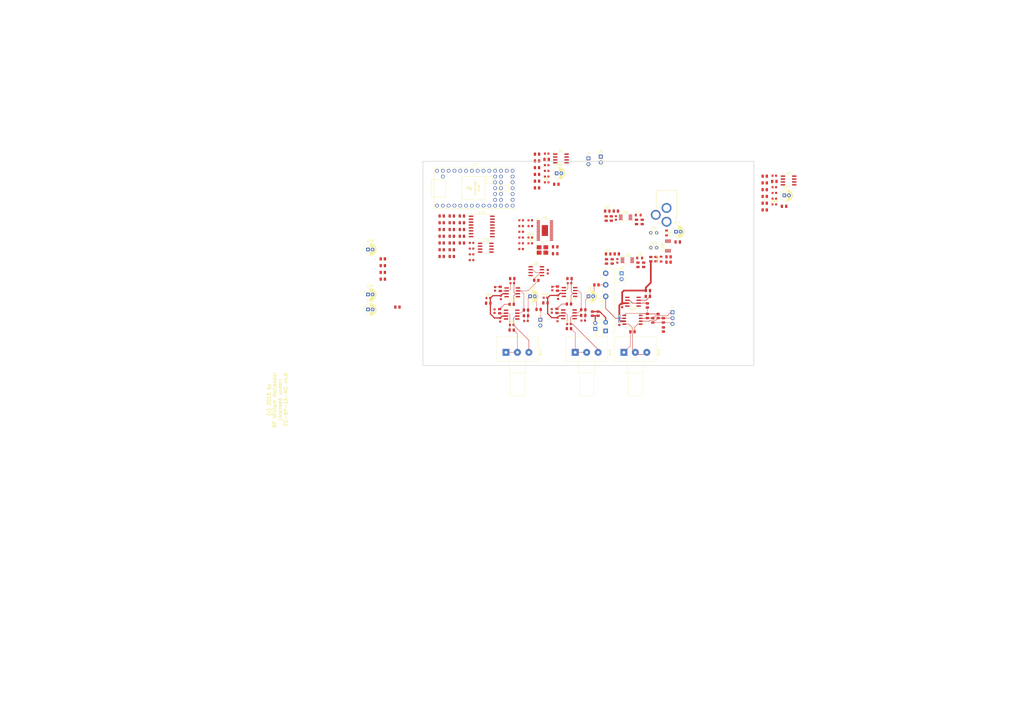
<source format=kicad_pcb>
(kicad_pcb (version 20241229) (generator "pcbnew") (generator_version "9.0")
  (layers (0 "F.Cu" signal) (2 "B.Cu" signal) (13 "F.Paste" user) (15 "B.Paste" user) (5 "F.SilkS" user "F.Silkscreen") (7 "B.SilkS" user "B.Silkscreen") (1 "F.Mask" user) (3 "B.Mask" user) (25 "Edge.Cuts" user))
  (net 0 "")
  (net 1 "+3.3V")
  (net 2 "+5VA")
  (net 3 "/CodecAndAnalog/ADC_DATA")
  (net 4 "/CodecAndAnalog/BCLK")
  (net 5 "Net-(U2-BYP)")
  (net 6 "Net-(U3-BYP)")
  (net 7 "/CodecAndAnalog/InputBufferA/OUT_N")
  (net 8 "/CodecAndAnalog/InputBufferA/OUT_P")
  (net 9 "/CodecAndAnalog/InputBufferA/VCOM")
  (net 10 "/PowerSupply/VIN_ANALOG_FILT")
  (net 11 "Net-(C9-Pad2)")
  (net 12 "/CodecAndAnalog/InputBufferB/OUT_N")
  (net 13 "/CodecAndAnalog/InputBufferB/OUT_P")
  (net 14 "/CodecAndAnalog/LRCLK")
  (net 15 "/CodecAndAnalog/OutputBufferA/IN_N")
  (net 16 "/CodecAndAnalog/OutputBufferA/IN_P")
  (net 17 "Net-(U2-IN)")
  (net 18 "Net-(U3-IN)")
  (net 19 "Net-(C14-Pad2)")
  (net 20 "/CodecAndAnalog/OutputBufferB/IN_N")
  (net 21 "/CodecAndAnalog/OutputBufferB/IN_P")
  (net 22 "Net-(U1--)")
  (net 23 "/CodecAndAnalog/OutputBufferB/OUT")
  (net 24 "/CodecAndAnalog/SCLK")
  (net 25 "/CodecAndAnalog/VCOM")
  (net 26 "/TeensyAndDigital/C_ADC_DATA")
  (net 27 "/TeensyAndDigital/C_BCLK")
  (net 28 "/TeensyAndDigital/C_LRCLK")
  (net 29 "/TeensyAndDigital/C_SCLK")
  (net 30 "/TeensyAndDigital/T_3.3V")
  (net 31 "/TeensyAndDigital/T_ADC_DATA")
  (net 32 "/TeensyAndDigital/T_BCLK")
  (net 33 "/TeensyAndDigital/T_CODEC_RESET")
  (net 34 "/TeensyAndDigital/T_DAC_DATA")
  (net 35 "/TeensyAndDigital/T_LRCLK")
  (net 36 "/TeensyAndDigital/T_SCL")
  (net 37 "/TeensyAndDigital/T_SCLK")
  (net 38 "/TeensyAndDigital/T_SDA")
  (net 39 "/TeensyAndDigital/T_VIN")
  (net 40 "DGND")
  (net 41 "GND")
  (net 42 "Net-(U8-OUT)")
  (net 43 "Net-(U5-FILT)")
  (net 44 "Net-(U5-VD)")
  (net 45 "/CodecAndAnalog/InputBufferA/VSIGIN")
  (net 46 "Net-(C21-Pad2)")
  (net 47 "/CodecAndAnalog/InputBufferB/VSIGIN")
  (net 48 "Net-(C23-Pad2)")
  (net 49 "GNDPWR")
  (net 50 "/CodecAndAnalog/MicPreamp/IN_P")
  (net 51 "Net-(U5-XTI)")
  (net 52 "Net-(U5-XTO)")
  (net 53 "Net-(U5-VA)")
  (net 54 "Net-(C34-Pad2)")
  (net 55 "/CodecAndAnalog/OutputBufferA/OUT")
  (net 56 "/CodecAndAnalog/MicPreamp/IN_N")
  (net 57 "+15V")
  (net 58 "Net-(U4--)")
  (net 59 "Net-(U1-+)")
  (net 60 "/CodecAndAnalog/InputBufferA/5V_FILT")
  (net 61 "Net-(U4-+)")
  (net 62 "Net-(C46-Pad1)")
  (net 63 "Net-(C47-Pad1)")
  (net 64 "Net-(C48-Pad1)")
  (net 65 "Net-(C49-Pad1)")
  (net 66 "/CodecAndAnalog/OutputBufferB/5V_FILT")
  (net 67 "/CodecAndAnalog/InputBufferB/5V_FILT")
  (net 68 "/CodecAndAnalog/OutputBufferA/5V_FILT")
  (net 69 "Net-(C56-Pad2)")
  (net 70 "Net-(C81-Pad2)")
  (net 71 "/CodecAndAnalog/InputBufferA/AMP_SIGIN+")
  (net 72 "/CodecAndAnalog/InputBufferA/AMP_SIGIN-")
  (net 73 "Net-(C82-Pad2)")
  (net 74 "Net-(C91-Pad2)")
  (net 75 "/CodecAndAnalog/InputBufferB/AMP_SIGIN+")
  (net 76 "Net-(C92-Pad2)")
  (net 77 "/CodecAndAnalog/InputBufferB/AMP_SIGIN-")
  (net 78 "Net-(D1-K)")
  (net 79 "Net-(D2-K)")
  (net 80 "/PowerSupply/VIN_ANALOG")
  (net 81 "Net-(J2-Pin_1)")
  (net 82 "Net-(J4-Pin_1)")
  (net 83 "Net-(J5-Pin_1)")
  (net 84 "Net-(J6-Pin_1)")
  (net 85 "Net-(J7-Pin_2)")
  (net 86 "Net-(U8-ADJ)")
  (net 87 "/CodecAndAnalog/MicPreamp/Vmid")
  (net 88 "Net-(U10--)")
  (net 89 "Net-(U10-+)")
  (net 90 "Net-(R8-Pad1)")
  (net 91 "Net-(R9-Pad1)")
  (net 92 "/CodecAndAnalog/MicPreamp/Rg+")
  (net 93 "Net-(R10-Pad2)")
  (net 94 "Net-(U9--)")
  (net 95 "Net-(U7-7_RX2_OUT1A)")
  (net 96 "/TeensyAndDigital/C_DAC_DATA")
  (net 97 "/TeensyAndDigital/C_RESET")
  (net 98 "/TeensyAndDigital/C_SDA")
  (net 99 "/TeensyAndDigital/C_SCL")
  (net 100 "Net-(U7-8_TX2_IN1)")
  (net 101 "/CodecAndAnalog/MicPreamp/Rg-")
  (net 102 "/CodecAndAnalog/MicPreamp/OUT")
  (net 166 "Net-(K2-Pad11)")
  (net 167 "/CodecAndAnalog/REL_CTRL")
  (footprint "PCM_SparkFun-Resistor:R_0805_2012Metric" (layer "F.Cu") (at 193.5 94.75 180)
    (property "Reference" "R78")
    (property "Value" "1k")
  )
  (footprint "Potentiometer_THT:Potentiometer_Alps_RK163_Single_Horizontal" (layer "F.Cu") (at 196 127 90)
    (property "Reference" "RV5")
    (property "Value" "5k")
  )
  (footprint "Package_SO:MSOP-8_3x3mm_P0.65mm" (layer "F.Cu") (at 236.5 80.5 90)
    (property "Reference" "U8")
    (property "Value" "LT1962")
  )
  (footprint "PCM_SparkFun-Capacitor:C_0603_1608Metric" (layer "F.Cu") (at 172.36 74.305)
    (property "Reference" "C26")
    (property "Value" "39p")
  )
  (footprint "Connector_PinHeader_2.54mm:PinHeader_1x03_P2.54mm_Vertical" (layer "F.Cu") (at 238.5 109.5)
    (property "Reference" "J1")
    (property "Value" "XLR")
  )
  (footprint "PCM_SparkFun-Capacitor:C_0603_1608Metric" (layer "F.Cu") (at 183.52 45.165)
    (property "Reference" "C42")
    (property "Value" "1500p")
  )
  (footprint "PCM_SparkFun-Capacitor:C_0603_1608Metric" (layer "F.Cu") (at 176.37 71.795)
    (property "Reference" "C32")
    (property "Value" "0.1u")
  )
  (footprint "PCM_SparkFun-Capacitor:C_0805_2012Metric" (layer "F.Cu") (at 229 86.25 90)
    (property "Reference" "C16")
    (property "Value" "10u")
  )
  (footprint "PCM_SparkFun-Resistor:R_0805_2012Metric" (layer "F.Cu") (at 205.25 97.5 180)
    (property "Reference" "R34")
    (property "Value" "100")
  )
  (footprint "PCM_SparkFun-Resistor:R_0805_2012Metric" (layer "F.Cu") (at 168.250001 117.25 180)
    (property "Reference" "R8")
    (property "Value" "500")
  )
  (footprint "PCM_SparkFun-Capacitor:C_0805_2012Metric" (layer "F.Cu") (at 187.75 53.525)
    (property "Reference" "C50")
    (property "Value" "10u")
  )
  (footprint "Inductor_SMD:L_0805_2012Metric" (layer "F.Cu") (at 235.8787 74.8125 -90)
    (property "Reference" "FB1")
    (property "Value" "330")
  )
  (footprint "PCM_SparkFun-Capacitor:C_0603_1608Metric" (layer "F.Cu") (at 213.75 68.25 -90)
    (property "Reference" "C5")
    (property "Value" "0.01uF")
  )
  (footprint "PCM_SparkFun-Resistor:R_0805_2012Metric" (layer "F.Cu") (at 142.09 70.35)
    (property "Reference" "R54")
    (property "Value" "0")
  )
  (footprint "PCM_SparkFun-Resistor:R_0805_2012Metric" (layer "F.Cu") (at 227.5 106.5 -90)
    (property "Reference" "R6")
    (property "Value" "34")
  )
  (footprint "PCM_SparkFun-Resistor:R_0805_2012Metric" (layer "F.Cu") (at 214.1375 83.975)
    (property "Reference" "R2")
    (property "Value" "3.3k")
  )
  (footprint "PCM_SparkFun-Capacitor:C_0805_2012Metric" (layer "F.Cu") (at 209.5 68.5 -90)
    (property "Reference" "C1")
    (property "Value" "10u")
  )
  (footprint "PCM_SparkFun-Resistor:R_0805_2012Metric" (layer "F.Cu") (at 163.25 99.250001 90)
    (property "Reference" "R70")
    (property "Value" "34")
  )
  (footprint "PCM_SparkFun-Capacitor:C_0603_1608Metric" (layer "F.Cu") (at 176.37 69.285)
    (property "Reference" "C31")
    (property "Value" "0.1u")
  )
  (footprint "PCM_SparkFun-Resistor:R_0805_2012Metric" (layer "F.Cu") (at 180 108.25 180)
    (property "Reference" "R12")
    (property "Value" "100")
  )
  (footprint "PCM_SparkFun-Resistor:R_0805_2012Metric" (layer "F.Cu") (at 278.75 58.85)
    (property "Reference" "R25")
    (property "Value" "715")
  )
  (footprint "PCM_SparkFun-Resistor:R_0805_2012Metric" (layer "F.Cu") (at 179.31 40.365)
    (property "Reference" "R18")
    (property "Value" "4.42k")
  )
  (footprint "Capacitor_THT:CP_Radial_D5.0mm_P2.00mm" (layer "F.Cu") (at 187.889775 48.745)
    (property "Reference" "C46")
    (property "Value" "22u")
  )
  (footprint "PCM_SparkFun-Resistor:R_0805_2012Metric" (layer "F.Cu") (at 179 95.5 180)
    (property "Reference" "R13")
    (property "Value" "34")
  )
  (footprint "PCM_SparkFun-Resistor:R_0805_2012Metric" (layer "F.Cu") (at 118.343638 107.212154)
    (property "Reference" "R35")
    (property "Value" "0")
  )
  (footprint "PCM_SparkFun-Resistor:R_0805_2012Metric" (layer "F.Cu") (at 193.249999 116.615 180)
    (property "Reference" "R9")
    (property "Value" "500")
  )
  (footprint "Package_SO:SOIC-8_3.9x4.9mm_P1.27mm" (layer "F.Cu") (at 221.225 104.865 180)
    (property "Reference" "U10")
    (property "Value" "OPA1655D")
  )
  (footprint "PCM_SparkFun-Resistor:R_0805_2012Metric" (layer "F.Cu") (at 137.68 70.35)
    (property "Reference" "R47")
    (property "Value" "0")
  )
  (footprint "PCM_SparkFun-Resistor:R_0805_2012Metric" (layer "F.Cu") (at 174.5 108.5)
    (property "Reference" "R65")
    (property "Value" "10k")
  )
  (footprint "PCM_SparkFun-Resistor:R_0805_2012Metric" (layer "F.Cu") (at 236.75 85.25)
    (property "Reference" "R3")
    (property "Value" "39k")
  )
  (footprint "Inductor_SMD:L_0805_2012Metric" (layer "F.Cu") (at 233.5 86.25 90)
    (property "Reference" "FB2")
    (property "Value" "330")
  )
  (footprint "PCM_SparkFun-Capacitor:C_0805_2012Metric" (layer "F.Cu") (at 182.999999 105.365 180)
    (property "Reference" "C52")
    (property "Value" "10u")
  )
  (footprint "PCM_SparkFun-Capacitor:C_0603_1608Metric" (layer "F.Cu") (at 215.25 114.25 90)
    (property "Reference" "C40")
    (property "Value" "0.1u")
  )
  (footprint "Connector_PinHeader_2.54mm:PinHeader_1x02_P2.54mm_Vertical" (layer "F.Cu") (at 201.75 42.225)
    (property "Reference" "J5")
    (property "Value" "MONO JACK")
  )
  (footprint "PCM_SparkFun-Capacitor:C_0805_2012Metric" (layer "F.Cu") (at 183.52 42.655)
    (property "Reference" "C15")
    (property "Value" "470p")
  )
  (footprint "Inductor_SMD:L_0603_1608Metric" (layer "F.Cu") (at 182.999999 103.115)
    (property "Reference" "FB6")
    (property "Value" "220")
  )
  (footprint "PCM_SparkFun-Capacitor:C_0603_1608Metric" (layer "F.Cu") (at 214.3875 87 -90)
    (property "Reference" "C6")
    (property "Value" "0.01uF")
  )
  (footprint "PCM_SparkFun-Resistor:R_0805_2012Metric" (layer "F.Cu") (at 146.5 70.35)
    (property "Reference" "R61")
    (property "Value" "51")
  )
  (footprint "PCM_SparkFun-Capacitor:C_0603_1608Metric" (layer "F.Cu") (at 184 91.75 -90)
    (property "Reference" "C38")
    (property "Value" "0.1u")
  )
  (footprint "PCM_SparkFun-Capacitor:C_0603_1608Metric" (layer "F.Cu") (at 188.499999 102.865 -90)
    (property "Reference" "C35")
    (property "Value" "0.1u")
  )
  (footprint "Capacitor_THT:CP_Radial_D5.0mm_P2.00mm" (layer "F.Cu") (at 105.491981 108.249704)
    (property "Reference" "C56")
    (property "Value" "100u")
  )
  (footprint "PCM_SparkFun-Resistor:R_0805_2012Metric" (layer "F.Cu") (at 146.5 67.4)
    (property "Reference" "R60")
    (property "Value" "2.2K")
  )
  (footprint "PCM_SparkFun-Capacitor:C_0805_2012Metric" (layer "F.Cu") (at 225.25 70 -90)
    (property "Reference" "C12")
    (property "Value" "10u")
  )
  (footprint "Connector_PinHeader_2.54mm:PinHeader_1x02_P2.54mm_Vertical" (layer "F.Cu") (at 204.75 116.75 180)
    (property "Reference" "J7")
    (property "Value" "MONO JACK")
  )
  (footprint "Inductor_SMD:L_0805_2012Metric" (layer "F.Cu") (at 223.5 67)
    (property "Reference" "L2")
    (property "Value" "6.8uH")
  )
  (footprint "PCM_SparkFun-Capacitor:C_0603_1608Metric" (layer "F.Cu") (at 216.5 106.465 90)
    (property "Reference" "C22")
    (property "Value" "0.1u")
  )
  (footprint "PCM_SparkFun-Resistor:R_0805_2012Metric" (layer "F.Cu") (at 278.75 61.8)
    (property "Reference" "R27")
    (property "Value" "4.99k")
  )
  (footprint "PCM_SparkFun-Capacitor:C_0603_1608Metric" (layer "F.Cu") (at 282.96 57.31)
    (property "Reference" "C49")
    (property "Value" "6.8n")
  )
  (footprint "PCM_SparkFun-Capacitor:C_0603_1608Metric" (layer "F.Cu") (at 174.5 113.25 180)
    (property "Reference" "C80")
    (property "Value" "0.1u")
  )
  (footprint "PCM_SparkFun-Capacitor:C_0603_1608Metric" (layer "F.Cu") (at 160.750001 109 -90)
    (property "Reference" "C86")
    (property "Value" "5800p")
  )
  (footprint "TestPoint:TestPoint_2Pads_Pitch2.54mm_Drill0.8mm" (layer "F.Cu") (at 229 81.25)
    (property "Reference" "TP2")
    (property "Value" "TestPoint_2Pole")
  )
  (footprint "PCM_SparkFun-Capacitor:C_0805_2012Metric" (layer "F.Cu") (at 187.24 80.875)
    (property "Reference" "C20")
    (property "Value" "10u")
  )
  (footprint "PCM_SparkFun-Resistor:R_0805_2012Metric" (layer "F.Cu") (at 142.09 73.3)
    (property "Reference" "R55")
    (property "Value" "0")
  )
  (footprint "PCM_SparkFun-Capacitor:C_0805_2012Metric" (layer "F.Cu") (at 212.1375 87.25 -90)
    (property "Reference" "C2")
    (property "Value" "10u")
  )
  (footprint "PCM_SparkFun-Resistor:R_0805_2012Metric" (layer "F.Cu") (at 163.000001 109 90)
    (property "Reference" "R71")
    (property "Value" "34")
  )
  (footprint "PCM_SparkFun-Capacitor:C_0805_2012Metric" (layer "F.Cu") (at 225.8875 88.725 -90)
    (property "Reference" "C13")
    (property "Value" "10u")
  )
  (footprint "PCM_SparkFun-Capacitor:C_0805_2012Metric" (layer "F.Cu") (at 187.24 83.885)
    (property "Reference" "C28")
    (property "Value" "10u")
  )
  (footprint "PCM_SparkFun-Capacitor:C_0603_1608Metric" (layer "F.Cu") (at 150.71 86.67)
    (property "Reference" "C78")
    (property "Value" "0.1u")
  )
  (footprint "PCM_SparkFun-Capacitor:C_0603_1608Metric" (layer "F.Cu") (at 183.52 50.185)
    (property "Reference" "C51")
    (property "Value" "0.1u")
  )
  (footprint "PCM_SparkFun-Capacitor:C_0603_1608Metric" (layer "F.Cu") (at 282.96 54.8)
    (property "Reference" "C45")
    (property "Value" "1500p")
  )
  (footprint "PCM_SparkFun-Resistor:R_0805_2012Metric" (layer "F.Cu") (at 111.962206 86.149704)
    (property "Reference" "R30")
    (property "Value" "100")
  )
  (footprint "Connector_PinHeader_2.54mm:PinHeader_1x02_P2.54mm_Vertical" (layer "F.Cu") (at 216.25 92.475)
    (property "Reference" "J2")
    (property "Value" "MONO JACK")
  )
  (footprint "PCM_SparkFun-Capacitor:C_0805_2012Metric" (layer "F.Cu") (at 158 105.5 180)
    (property "Reference" "C43")
    (property "Value" "10u")
  )
  (footprint "PCM_SparkFun-Resistor:R_0805_2012Metric" (layer "F.Cu") (at 137.68 79.2)
    (property "Reference" "R50")
    (property "Value" "0")
  )
  (footprint "Package_SO:SOIC-8_3.9x4.9mm_P1.27mm" (layer "F.Cu") (at 189.75 42.25)
    (property "Reference" "U1")
    (property "Value" "OPA1655D")
  )
  (footprint "Package_SO:SOIC-8_3.9x4.9mm_P1.27mm" (layer "F.Cu") (at 289.19 51.885)
    (property "Reference" "U4")
    (property "Value" "OPA1655D")
  )
  (footprint "PCM_SparkFun-Resistor:R_0805_2012Metric" (layer "F.Cu") (at 213.75 65.25)
    (property "Reference" "R1")
    (property "Value" "3.3k")
  )
  (footprint "PCM_SparkFun-Capacitor:C_0603_1608Metric" (layer "F.Cu") (at 150.71 81.65)
    (property "Reference" "C76")
    (property "Value" "0.1u")
  )
  (footprint "Capacitor_THT:CP_Radial_D5.0mm_P2.00mm" (layer "F.Cu") (at 105.491981 82.049704)
    (property "Reference" "C18")
    (property "Value" "100u")
  )
  (footprint "PCM_SparkFun-Capacitor:C_0603_1608Metric" (layer "F.Cu") (at 188.249999 112.615 -90)
    (property "Reference" "C37")
    (property "Value" "0.1u")
  )
  (footprint "Package_SO:MSOP-8_3x3mm_P0.65mm" (layer "F.Cu") (at 218.75 86.75)
    (property "Reference" "U3")
    (property "Value" "LT1962-5")
  )
  (footprint "Inductor_SMD:L_0603_1608Metric" (layer "F.Cu") (at 282.96 62.33)
    (property "Reference" "FB8")
    (property "Value" "220")
  )
  (footprint "PCM_SparkFun-Resistor:R_0805_2012Metric" (layer "F.Cu") (at 227.5 111.1 90)
    (property "Reference" "R11")
    (property "Value" "1k")
  )
  (footprint "PCM_SparkFun-Resistor:R_0805_2012Metric" (layer "F.Cu") (at 142.09 82.15)
    (property "Reference" "R58")
    (property "Value" "2.2K")
  )
  (footprint "PCM_SparkFun-Capacitor:C_0603_1608Metric" (layer "F.Cu") (at 172.36 69.285)
    (property "Reference" "C19")
    (property "Value" "0.1u")
  )
  (footprint "PCM_SparkFun-Resistor:R_0805_2012Metric" (layer "F.Cu") (at 193.249999 105.865)
    (property "Reference" "R76")
    (property "Value" "1k")
  )
  (footprint "Capacitor_THT:CP_Radial_D5.0mm_P2.00mm" (layer "F.Cu") (at 105.491981 101.699704)
    (property "Reference" "C34")
    (property "Value" "100u")
  )
  (footprint "PCM_SparkFun-Resistor:R_0805_2012Metric" (layer "F.Cu") (at 278.75 64.75)
    (property "Reference" "R29")
    (property "Value" "1.5k")
  )
  (footprint "PCM_SparkFun-Capacitor:C_0603_1608Metric" (layer "F.Cu") (at 172.36 71.795)
    (property "Reference" "C25")
    (property "Value" "0.1u")
  )
  (footprint "PCM_SparkFun-Resistor:R_0805_2012Metric" (layer "F.Cu") (at 146.5 79.2)
    (property "Reference" "R64")
    (property "Value" "51")
  )
  (footprint "PCM_SparkFun-Resistor:R_0805_2012Metric" (layer "F.Cu") (at 227.75 99.98 180)
    (property "Reference" "R7")
    (property "Value" "39k")
  )
  (footprint "PCM_SparkFun-Capacitor:C_0603_1608Metric" (layer "F.Cu") (at 193.499999 96.75 180)
    (property "Reference" "C92")
    (property "Value" "1n")
  )
  (footprint "Package_SO:TSSOP-28-1EP_4.4x9.7mm_P0.65mm_EP2.74x4.75mm" (layer "F.Cu") (at 182.75 73.75)
    (property "Reference" "U5")
    (property "Value" "CS4272")
  )
  (footprint "PCM_SparkFun-Resistor:R_0805_2012Metric" (layer "F.Cu") (at 168.250001 106)
    (property "Reference" "R67")
    (property "Value" "1k")
  )
  (footprint "PCM_SparkFun-Capacitor:C_0603_1608Metric" (layer "F.Cu") (at 183.52 47.675)
    (property "Reference" "C48")
    (property "Value" "6.8n")
  )
  (footprint "PCM_SparkFun-Resistor:R_0805_2012Metric" (layer "F.Cu") (at 137.68 76.25)
    (property "Reference" "R49")
    (property "Value" "0")
  )
  (footprint "Connector_PinHeader_2.54mm:PinHeader_1x02_P2.54mm_Vertical" (layer "F.Cu") (at 207.16 41.46)
    (property "Reference" "J6")
    (property "Value" "MONO JACK")
  )
  (footprint "Capacitor_THT:CP_Radial_D5.0mm_P2.00mm" (layer "F.Cu") (at 287.329775 58.38)
    (property "Reference" "C47")
    (property "Value" "22u")
  )
  (footprint "Package_SO:SOIC-8_3.9x4.9mm_P1.27mm" (layer "F.Cu") (at 156.94 81.245)
    (property "Reference" "U14")
    (property "Value" "SI8602AC")
  )
  (footprint "PCM_SparkFun-Capacitor:C_0805_2012Metric" (layer "F.Cu") (at 222.75 70 -90)
    (property "Reference" "C10")
    (property "Value" "10u")
  )
  (footprint "LED_SMD:LED_0805_2012Metric" (layer "F.Cu") (at 210 65.25)
    (property "Reference" "D1")
    (property "Value" "LED")
  )
  (footprint "PCM_SparkFun-Capacitor:C_0805_2012Metric" (layer "F.Cu") (at 240.75 78.75)
    (property "Reference" "C8")
    (property "Value" "10u")
  )
  (footprint "Connector_PinHeader_2.54mm:PinHeader_1x02_P2.54mm_Vertical" (layer "F.Cu") (at 180.75 112.725)
    (property "Reference" "J4")
    (property "Value" "MONO JACK")
  )
  (footprint "PCM_SparkFun-Resistor:R_0805_2012Metric" (layer "F.Cu") (at 188.249999 99.115 90)
    (property "Reference" "R79")
    (property "Value" "34")
  )
  (footprint "Inductor_SMD:L_0603_1608Metric" (layer "F.Cu") (at 176.37 76.815)
    (property "Reference" "FB3")
    (property "Value" "220")
  )
  (footprint "Capacitor_THT:CP_Radial_D5.0mm_P2.00mm" (layer "F.Cu") (at 240 74.25)
    (property "Reference" "C7")
    (property "Value" "100u")
  )
  (footprint "PCM_SparkFun-Capacitor:C_0603_1608Metric" (layer "F.Cu") (at 185.749999 108.865 -90)
    (property "Reference" "C96")
    (property "Value" "5800p")
  )
  (footprint "Package_SO:SOIC-16W_7.5x10.3mm_P1.27mm" (layer "F.Cu") (at 155.16 71.965)
    (property "Reference" "U13")
    (property "Value" "SI8662BC")
  )
  (footprint "PCM_SparkFun-Resistor:R_0805_2012Metric" (layer "F.Cu") (at 199.499999 110.865 180)
    (property "Reference" "R15")
    (property "Value" "1k")
  )
  (footprint "PCM_SparkFun-Resistor:R_0805_2012Metric" (layer "F.Cu") (at 179.31 52.165)
    (property "Reference" "R26")
    (property "Value" "4.99k")
  )
  (footprint "PCM_SparkFun-Capacitor:C_0603_1608Metric" (layer "F.Cu") (at 168.250001 115 180)
    (property "Reference" "C81")
    (property "Value" "1n")
  )
  (footprint "PCM_SparkFun-Resistor:R_0805_2012Metric" (layer "F.Cu") (at 142.09 76.25)
    (property "Reference" "R56")
    (property "Value" "51")
  )
  (footprint "PCM_SparkFun-Capacitor:C_0805_2012Metric" (layer "F.Cu") (at 229.9 113 -90)
    (property "Reference" "C24")
    (property "Value" "470p")
  )
  (footprint "PCM_SparkFun-Capacitor:C_0603_1608Metric" (layer "F.Cu") (at 163.250001 112.75 -90)
    (property "Reference" "C36")
    (property "Value" "0.1u")
  )
  (footprint "PCM_SparkFun-Resistor:R_0805_2012Metric" (layer "F.Cu") (at 236.75 87.5662 180)
    (property "Reference" "R4")
    (property "Value" "3.3k")
  )
  (footprint "PCM_SparkFun-Capacitor:C_0603_1608Metric" (layer "F.Cu") (at 172.36 81.835)
    (property "Reference" "C30")
    (property "Value" "0.1u")
  )
  (footprint "PCM_SparkFun-Capacitor:C_0603_1608Metric" (layer "F.Cu") (at 282.96 59.82)
    (property "Reference" "C55")
    (property "Value" "0.1u")
  )
  (footprint "PCM_SparkFun-Resistor:R_0805_2012Metric" (layer "F.Cu") (at 199.499999 108.365)
    (property "Reference" "R74")
    (property "Value" "10k")
  )
  (footprint "PCM_SparkFun-Resistor:R_0805_2012Metric" (layer "F.Cu") (at 179.31 49.215)
    (property "Reference" "R23")
    (property "Value" "715")
  )
  (footprint "Potentiometer_THT:Potentiometer_Alps_RK163_Single_Horizontal" (layer "F.Cu") (at 165.75 127 90)
    (property "Reference" "RV4")
    (property "Value" "5k")
  )
  (footprint "PCM_SparkFun-Resistor:R_0805_2012Metric" (layer "F.Cu") (at 137.68 73.3)
    (property "Reference" "R48")
    (property "Value" "0")
  )
  (footprint "PCM_SparkFun-Capacitor:C_0603_1608Metric" (layer "F.Cu") (at 163.5 103 -90)
    (property "Reference" "C33")
    (property "Value" "0.1u")
  )
  (footprint "Package_SO:SOIC-8_3.9x4.9mm_P1.27mm" (layer "F.Cu") (at 193.499999 100.615 180)
    (property "Reference" "U18")
    (property "Value" "OPA1655D")
  )
  (footprint "PCM_SparkFun-Capacitor:C_0603_1608Metric" (layer "F.Cu") (at 199.499999 113.115 180)
    (property "Reference" "C90")
    (property "Value" "0.1u")
  )
  (footprint "PCM_SparkFun-Capacitor:C_0603_1608Metric" (layer "F.Cu") (at 185.999999 99.115 -90)
    (property "Reference" "C95")
    (property "Value" "5800p")
  )
  (footprint "PCM_SparkFun-Capacitor:C_0603_1608Metric" (layer "F.Cu") (at 183.52 40.145)
    (property "Reference" "C9")
    (property "Value" "2200p")
  )
  (footprint "PCM_SparkFun-Resistor:R_0805_2012Metric" (layer "F.Cu") (at 232.2 111.1 90)
    (property "Reference" "R17")
    (property "Value" "1k")
  )
  (footprint "PCM_SparkFun-Resistor:R_0805_2012Metric" (layer "F.Cu") (at 179.31 55.115)
    (property "Reference" "R28")
    (property "Value" "1.5k")
  )
  (footprint "Package_SO:SOIC-8_3.9x4.9mm_P1.27mm" (layer "F.Cu") (at 193.249999 110.365 180)
    (property "Reference" "U17")
    (property "Value" "OPA1655D")
  )
  (footprint "PCM_SparkFun-Resistor:R_0805_2012Metric" (layer "F.Cu") (at 179.31 46.265)
    (property "Reference" "R22")
    (property "Value" "2.32k")
  )
  (footprint "PCM_SparkFun-Resistor:R_0805_2012Metric" (layer "F.Cu") (at 146.5 76.25)
    (property "Reference" "R63")
    (property "Value" "51")
  )
  (footprint "PCM_SparkFun-Resistor:R_0805_2012Metric" (layer "F.Cu") (at 111.962206 94.999704)
    (property "Reference" "R33")
    (property "Value" "47k")
  )
  (footprint "Inductor_SMD:L_0603_1608Metric" (layer "F.Cu") (at 183.52 52.695)
    (property "Reference" "FB7")
    (property "Value" "220")
  )
  (footprint "Capacitor_THT:CP_Radial_D5.0mm_P2.00mm" (layer "F.Cu") (at 176.294888 102.5)
    (property "Reference" "C21")
    (property "Value" "100u")
  )
  (footprint "Teensy:Teensy40" (layer "F.Cu") (at 152.135 55.25)
    (property "Reference" "U7")
    (property "Value" "Teensy4.0")
  )
  (footprint "PCM_SparkFun-Resistor:R_0805_2012Metric" (layer "F.Cu") (at 146.5 73.3)
    (property "Reference" "R62")
    (property "Value" "51")
  )
  (footprint "Package_SO:SOIC-8_5.3x5.3mm_P1.27mm" (layer "F.Cu") (at 221 112.75 180)
    (property "Reference" "U6")
    (property "Value" "1512S08-U")
  )
  (footprint "Inductor_SMD:L_0603_1608Metric" (layer "F.Cu") (at 176.37 79.325)
    (property "Reference" "FB4")
    (property "Value" "220")
  )
  (footprint "PCM_SparkFun-Capacitor:C_0603_1608Metric" (layer "F.Cu") (at 172.36 76.815)
    (property "Reference" "C27")
    (property "Value" "39p")
  )
  (footprint "PCM_SparkFun-Capacitor:C_0603_1608Metric" (layer "F.Cu") (at 193.249999 114.615 180)
    (property "Reference" "C91")
    (property "Value" "1n")
  )
  (footprint "PCM_SparkFun-Capacitor:C_0805_2012Metric" (layer "F.Cu") (at 209.6375 87.25 -90)
    (property "Reference" "C4")
    (property "Value" "10u")
  )
  (footprint "PCM_SparkFun-Resistor:R_0805_2012Metric" (layer "F.Cu") (at 142.09 79.2)
    (property "Reference" "R57")
    (property "Value" "2.2K")
  )
  (footprint "PCM_SparkFun-Capacitor:C_0805_2012Metric" (layer "F.Cu") (at 234.5 113 90)
    (property "Reference" "C39")
    (property "Value" "470p")
  )
  (footprint "PCM_SparkFun-Resistor:R_0805_2012Metric" (layer "F.Cu") (at 137.68 82.15)
    (property "Reference" "R51")
    (property "Value" "0")
  )
  (footprint "PCM_SparkFun-Resistor:R_0805_2012Metric" (layer "F.Cu") (at 137.68 85.1)
    (property "Reference" "R52")
    (property "Value" "0")
  )
  (footprint "LED_SMD:LED_0805_2012Metric" (layer "F.Cu") (at 210.3875 83.975)
    (property "Reference" "D2")
    (property "Value" "LED")
  )
  (footprint "PCM_SparkFun-Capacitor:C_0603_1608Metric" (layer "F.Cu") (at 172.36 79.325)
    (property "Reference" "C29")
    (property "Value" "1u")
  )
  (footprint "PCM_SparkFun-Resistor:R_0805_2012Metric" (layer "F.Cu") (at 278.75 50)
    (property "Reference" "R19")
    (property "Value" "4.42k")
  )
  (footprint "Capacitor_THT:CP_Radial_D5.0mm_P2.00mm" (layer "F.Cu") (at 201.794888 102.5)
    (property "Reference" "C23")
    (property "Value" "100u")
  )
  (footprint "PCM_SparkFun-Resistor:R_0805_2012Metric" (layer "F.Cu") (at 187.999999 108.865 90)
    (property "Reference" "R80")
    (property "Value" "34")
  )
  (footprint "PCM_SparkFun-Resistor:R_0805_2012Metric" (layer "F.Cu") (at 111.962206 92.049704)
    (property "Reference" "R32")
    (property "Value" "47k")
  )
  (footprint "PCM_SparkFun-Resistor:R_0805_2012Metric" (layer "F.Cu") (at 234.5 117 -90)
    (property "Reference" "R5")
    (property "Value" "1M")
  )
  (footprint "PCM_SparkFun-Resistor:R_0805_2012Metric" (layer "F.Cu") (at 168.5 94.75 180)
    (property "Reference" "R69")
    (property "Value" "1k")
  )
  (footprint "PCM_SparkFun-Resistor:R_0805_2012Metric" (layer "F.Cu") (at 174.5 111 180)
    (property "Reference" "R14")
    (property "Value" "1k")
  )
  (footprint "Package_SO:SOIC-8_3.9x4.9mm_P1.27mm" (layer "F.Cu") (at 168.5 100.75 180)
    (property "Reference" "U16")
    (property "Value" "OPA1655D")
  )
  (footprint "Relay_THT:Relay_SPDT_Fujitsu_FTR-LYCA005x_FormC_Vertical" (layer "F.Cu") (at 209.2975 117.6275 90)
    (property "Reference" "K2")
    (property "Value" "Fujitsu_FTR-LYCA005x")
  )
  (footprint "PCM_SparkFun-Capacitor:C_0805_2012Metric" (layer "F.Cu") (at 223.3875 88.725 -90)
    (property "Reference" "C11")
    (property "Value" "10u")
  )
  (footprint "PCM_SparkFun-Resistor:R_0805_2012Metric" (layer "F.Cu") (at 179.31 43.315)
    (property "Reference" "R20")
    (property "Value" "1.33k")
  )
  (footprint "PCM_SparkFun-Resistor:R_0805_2012Metric" (layer "F.Cu") (at 111.962206 89.099704)
    (property "Reference" "R31")
    (property "Value" "100")
  )
  (footprint "Inductor_SMD:L_0805_2012Metric" (layer "F.Cu") (at 224.1375 85.75)
    (property "Reference" "L3")
    (property "Value" "6.8uH")
  )
  (footprint "PCM_SparkFun-Capacitor:C_0805_2012Metric" (layer "F.Cu") (at 211.75 68.5 -90)
    (property "Reference" "C3")
    (property "Value" "10u")
  )
  (footprint "PCM_SparkFun-Resistor:R_0805_2012Metric" (layer "F.Cu") (at 137.68 67.4)
    (property "Reference" "R46")
    (property "Value" "0")
  )
  (footprint "PCM_SparkFun-Resistor:R_0805_2012Metric" (layer "F.Cu") (at 278.75 55.9)
    (property "Reference" "R24")
    (property "Value" "2.32k")
  )
  (footprint "Package_SO:SOIC-8_3.9x4.9mm_P1.27mm" (layer "F.Cu") (at 179 91.5)
    (property "Reference" "U9")
    (property "Value" "OPA1655D")
  )
  (footprint "PCM_SparkFun-Connector:Barrel_Jack_PTH" (layer "F.Cu") (at 235.8787 56.1955 180)
    (property "Reference" "J3")
    (property "Value" "Barrel_Jack_PTH")
  )
  (footprint "PCM_SparkFun-Capacitor:C_0603_1608Metric" (layer "F.Cu") (at 161 99.250001 -90)
    (property "Reference" "C85")
    (property "Value" "5800p")
  )
  (footprint "Package_SO:MSOP-8_3x3mm_P0.65mm" (layer "F.Cu") (at 218 68)
    (property "Reference" "U2")
    (property "Value" "LT1962-3.3")
  )
  (footprint "PCM_SparkFun-Resistor:R_0805_2012Metric" (layer "F.Cu") (at 206 110.0875 90)
    (property "Reference" "R37")
    (property "Value" "100")
  )
  (footprint "PCM_SparkFun-Resistor:R_0805_2012Metric" (layer "F.Cu") (at 278.75 52.95)
    (property "Reference" "R21")
    (property "Value" "1.33k")
  )
  (footprint "PCM_SparkFun-Capacitor:C_0603_1608Metric" (layer "F.Cu") (at 150.71 84.16)
    (property "Reference" "C77")
    (property "Value" "0.1u")
  )
  (footprint "PCM_SparkFun-Capacitor:C_0603_1608Metric" (layer "F.Cu") (at 150.71 79.14)
    (property "Reference" "C75")
    (property "Value" "0.1u")
  )
  (footprint "PCM_SparkFun-Capacitor:C_0603_1608Metric" (layer "F.Cu") (at 168.5 96.75 180)
    (property "Reference" "C82")
    (property "Value" "1n")
  )
  (footprint "PCM_SparkFun-Capacitor:C_0805_2012Metric" (layer "F.Cu") (at 282.96 52.29)
    (property "Reference" "C41")
    (property "Value" "470p")
  )
  (footprint "Crystal:Crystal_SMD_3225-4Pin_3.2x2.5mm_HandSoldering" (layer "F.Cu") (at 181.695 82.24)
    (property "Reference" "X1")
    (property "Value" "24.576 MHz 20 pF")
  )
  (footprint "Inductor_SMD:L_0603_1608Metric" (layer "F.Cu") (at 158 103.25)
    (property "Reference" "FB5")
    (property "Value" "220")
  )
  (footprint "TestPoint:TestPoint_2Pads_Pitch2.54mm_Drill0.8mm" (layer "F.Cu") (at 229 74.75)
    (property "Reference" "TP1")
    (property "Value" "TestPoint_2Pole")
  )
  (footprint "PCM_SparkFun-Resistor:R_0805_2012Metric" (layer "F.Cu") (at 221 118 180)
    (property "Reference" "R10")
    (property "Value" "5")
  )
  (footprint "PCM_SparkFun-Resistor:R_0805_2012Metric" (layer "F.Cu") (at 203.5 110.0875 90)
    (property "Reference" "R36")
    (property "Value" "100")
  )
  (footprint "PCM_SparkFun-Capacitor:C_0603_1608Metric" (layer "F.Cu") (at 282.96 49.78)
    (property "Reference" "C14")
    (property "Value" "2200p")
  )
  (footprint "Package_SO:SOIC-8_3.9x4.9mm_P1.27mm" (layer "F.Cu") (at 168.250001 110.5 180)
    (property "Reference" "U15")
    (property "Value" "OPA1655D")
  )
  (footprint "PCM_SparkFun-Capacitor:C_0805_2012Metric" (layer "F.Cu") (at 231.25 86.25 90)
    (property "Reference" "C17")
    (property "Value" "10u")
  )
  (footprint "PCM_SparkFun-Resistor:R_0805_2012Metric" (layer "F.Cu") (at 227.725 102.565)
    (property "Reference" "R16")
    (property "Value" "39k")
  )
  (footprint "Potentiometer_THT:Potentiometer_Alps_RK163_Single_Horizontal" (layer "F.Cu") (at 217.25 127 90)
    (property "Reference" "RV3")
    (property "Value" "5k")
  )
  (footprint "PCM_SparkFun-Resistor:R_0805_2012Metric" (layer "F.Cu") (at 142.09 85.1)
    (property "Reference" "R59")
    (property "Value" "2.2K")
  )
  (footprint "PCM_SparkFun-Capacitor:C_0805_2012Metric" (layer "F.Cu") (at 287.19 63.16)
    (property "Reference" "C54")
    (property "Value" "10u")
  )
  (footprint "PCM_SparkFun-Resistor:R_0805_2012Metric" (layer "F.Cu") (at 142.09 67.4)
    (property "Reference" "R53")
    (property "Value" "0")
  )
  (gr_rect (start 129.5 43.5) (end 274 132.75) (stroke (width 0.254)) (fill no) (layer "Edge.Cuts"))
  (gr_text "Licensed under:\nCC-BY-SA-NC v4.0" (at 68.3514 147.6484 90) (layer "F.SilkS") (effects (font (size 1.524 1.524) (thickness 0.3048))))
  (gr_text "(c) 2015 by\nRF William Hollender" (at 63.5 147.75 90) (layer "F.SilkS") (effects (font (size 1.524 1.524) (thickness 0.3048))))
  (segment (start 163 108.0875) (end 165.0875 106) (width 0.2) (layer "F.Cu") (net 7))
  (segment (start 165.0875 106) (end 167.3375 106) (width 0.2) (layer "F.Cu") (net 7))
  (segment (start 163.25 98.3375) (end 161.1375 98.3375) (width 0.2) (layer "F.Cu") (net 8))
  (segment (start 161.1375 98.3375) (end 161 98.475) (width 0.2) (layer "F.Cu") (net 8))
  (segment (start 175.2975 100.115) (end 170.975 100.115) (width 0.1524) (layer "F.Cu") (net 9))
  (segment (start 179.9125 95.5) (end 175.2975 100.115) (width 0.1524) (layer "F.Cu") (net 9))
  (segment (start 197.239999 99.98) (end 195.974999 99.98) (width 0.1524) (layer "F.Cu") (net 9))
  (segment (start 195.724999 109.73) (end 197.222499 109.73) (width 0.1524) (layer "F.Cu") (net 9))
  (segment (start 198.587499 108.365) (end 198.587499 101.3275) (width 0.1524) (layer "F.Cu") (net 9))
  (segment (start 172.24 100.115) (end 170.975 100.115) (width 0.1524) (layer "F.Cu") (net 9))
  (segment (start 173.5875 101.4625) (end 172.24 100.115) (width 0.1524) (layer "F.Cu") (net 9))
  (segment (start 173.5875 108.5) (end 173.5875 101.4625) (width 0.1524) (layer "F.Cu") (net 9))
  (segment (start 170.725 109.865) (end 172.2225 109.865) (width 0.1524) (layer "F.Cu") (net 9))
  (segment (start 198.587499 101.3275) (end 197.239999 99.98) (width 0.1524) (layer "F.Cu") (net 9))
  (segment (start 197.222499 109.73) (end 198.587499 108.365) (width 0.1524) (layer "F.Cu") (net 9))
  (segment (start 172.2225 109.865) (end 173.5875 108.5) (width 0.1524) (layer "F.Cu") (net 9))
  (segment (start 190.087499 105.865) (end 192.337499 105.865) (width 0.2) (layer "F.Cu") (net 12))
  (segment (start 187.999999 107.9525) (end 190.087499 105.865) (width 0.2) (layer "F.Cu") (net 12))
  (segment (start 186.137499 98.2025) (end 185.999999 98.34) (width 0.2) (layer "F.Cu") (net 13))
  (segment (start 188.249999 98.2025) (end 186.137499 98.2025) (width 0.2) (layer "F.Cu") (net 13))
  (segment (start 175.275 113.25) (end 175.275 111.1375) (width 0.1524) (layer "F.Cu") (net 45))
  (segment (start 175.4125 108.5) (end 175.4125 103.382388) (width 0.1524) (layer "F.Cu") (net 45))
  (segment (start 175.4125 103.382388) (end 176.294888 102.5) (width 0.1524) (layer "F.Cu") (net 45))
  (segment (start 175.4125 108.5) (end 175.4125 111) (width 0.1524) (layer "F.Cu") (net 45))
  (segment (start 175.275 111.1375) (end 175.4125 111) (width 0.1524) (layer "F.Cu") (net 45))
  (segment (start 178.294888 102.5) (end 179.0875 103.292612) (width 0.1524) (layer "F.Cu") (net 46))
  (segment (start 179.0875 103.292612) (end 179.0875 108.25) (width 0.1524) (layer "F.Cu") (net 46))
  (segment (start 200.412499 108.365) (end 200.412499 110.865) (width 0.1524) (layer "F.Cu") (net 47))
  (segment (start 200.5 104) (end 200.5 108.277499) (width 0.1524) (layer "F.Cu") (net 47))
  (segment (start 201.794888 102.5) (end 201.794888 102.705112) (width 0.1524) (layer "F.Cu") (net 47))
  (segment (start 200.274999 113.115) (end 200.274999 111.0025) (width 0.1524) (layer "F.Cu") (net 47))
  (segment (start 200.5 108.277499) (end 200.412499 108.365) (width 0.1524) (layer "F.Cu") (net 47))
  (segment (start 200.274999 111.0025) (end 200.412499 110.865) (width 0.1524) (layer "F.Cu") (net 47))
  (segment (start 201.794888 102.705112) (end 200.5 104) (width 0.1524) (layer "F.Cu") (net 47))
  (segment (start 204.3375 97.5) (end 204.3375 101.957388) (width 0.1524) (layer "F.Cu") (net 48))
  (segment (start 204.3375 101.957388) (end 203.794888 102.5) (width 0.1524) (layer "F.Cu") (net 48))
  (segment (start 237.12 113.95) (end 237.75 114.58) (width 0.1524) (layer "F.Cu") (net 49))
  (segment (start 237.75 114.58) (end 238.5 114.58) (width 0.1524) (layer "F.Cu") (net 49))
  (segment (start 234.5 113.95) (end 237.12 113.95) (width 0.1524) (layer "F.Cu") (net 49))
  (segment (start 229.9 113.95) (end 234.5 113.95) (width 0.1524) (layer "F.Cu") (net 49))
  (segment (start 229.9 112.05) (end 230.95 111) (width 0.2) (layer "F.Cu") (net 50))
  (segment (start 236.25 111) (end 237.75 109.5) (width 0.2) (layer "F.Cu") (net 50))
  (segment (start 227.5125 112) (end 229.85 112) (width 0.2) (layer "F.Cu") (net 50))
  (segment (start 229.85 112) (end 229.9 112.05) (width 0.2) (layer "F.Cu") (net 50))
  (segment (start 229.9 112.45) (end 229.9 112.05) (width 0.2) (layer "F.Cu") (net 50))
  (segment (start 224.5875 112.115) (end 227.3975 112.115) (width 0.2) (layer "F.Cu") (net 50))
  (segment (start 227.5 112.0125) (end 227.5125 112) (width 0.2) (layer "F.Cu") (net 50))
  (segment (start 230.95 111) (end 236.25 111) (width 0.2) (layer "F.Cu") (net 50))
  (segment (start 227.3975 112.115) (end 227.5 112.0125) (width 0.2) (layer "F.Cu") (net 50))
  (segment (start 237.75 109.5) (end 238.5 109.5) (width 0.2) (layer "F.Cu") (net 50))
  (segment (start 228.315 113.385) (end 228.7 113) (width 0.2) (layer "F.Cu") (net 56))
  (segment (start 237.74 112.05) (end 237.75 112.04) (width 0.2) (layer "F.Cu") (net 56))
  (segment (start 237.75 112.04) (end 238.5 112.04) (width 0.2) (layer "F.Cu") (net 56))
  (segment (start 224.5875 113.385) (end 228.315 113.385) (width 0.2) (layer "F.Cu") (net 56))
  (segment (start 231.2125 113) (end 232.2 112.0125) (width 0.2) (layer "F.Cu") (net 56))
  (segment (start 228.7 113) (end 231.2125 113) (width 0.2) (layer "F.Cu") (net 56))
  (segment (start 234.5 112.05) (end 237.74 112.05) (width 0.2) (layer "F.Cu") (net 56))
  (segment (start 232.2 112.0125) (end 234.4625 112.0125) (width 0.2) (layer "F.Cu") (net 56))
  (segment (start 234.4625 112.0125) (end 234.5 112.05) (width 0.2) (layer "F.Cu") (net 56))
  (segment (start 215.34 113.385) (end 215.25 113.475) (width 0.762) (layer "F.Cu") (net 57))
  (segment (start 216.025 105.69) (end 215.25 106.465) (width 0.762) (layer "F.Cu") (net 57))
  (segment (start 218.75 105.5) (end 216.69 105.5) (width 0.762) (layer "F.Cu") (net 57))
  (segment (start 226.8375 99.98) (end 217.27 99.98) (width 0.762) (layer "F.Cu") (net 57))
  (segment (start 226.8375 98.6625) (end 226.8375 99.98) (width 0.762) (layer "F.Cu") (net 57))
  (segment (start 217.4125 113.385) (end 215.34 113.385) (width 0.762) (layer "F.Cu") (net 57))
  (segment (start 215.25 106.465) (end 215.25 107.25) (width 0.762) (layer "F.Cu") (net 57))
  (segment (start 229 87.2) (end 229 96.5) (width 0.762) (layer "F.Cu") (net 57))
  (segment (start 217.27 99.98) (end 216.5 100.75) (width 0.762) (layer "F.Cu") (net 57))
  (segment (start 229 96.5) (end 226.8375 98.6625) (width 0.762) (layer "F.Cu") (net 57))
  (segment (start 216.69 105.5) (end 216.5 105.69) (width 0.762) (layer "F.Cu") (net 57))
  (segment (start 216.5 105.69) (end 216.025 105.69) (width 0.762) (layer "F.Cu") (net 57))
  (segment (start 215.25 107.25) (end 215.25 111) (width 0.762) (layer "F.Cu") (net 57))
  (segment (start 216.5 100.75) (end 216.5 105.69) (width 0.762) (layer "F.Cu") (net 57))
  (via (at 215.25 111) (size 0.889) (drill 0.508) (layers "F.Cu" "B.Cu") (net 57))
  (via (at 215.25 113.475) (size 0.889) (drill 0.508) (layers "F.Cu" "B.Cu") (net 57))
  (segment (start 215.25 111) (end 215.25 113.475) (width 0.762) (layer "B.Cu") (net 57))
  (segment (start 164.09 111.135) (end 165.775 111.135) (width 0.508) (layer "F.Cu") (net 60))
  (segment (start 160.75 112) (end 160.775 111.975) (width 0.508) (layer "F.Cu") (net 60))
  (segment (start 158.95 110.2) (end 160.75 112) (width 0.508) (layer "F.Cu") (net 60))
  (segment (start 158.7875 103.25) (end 159 103.25) (width 0.508) (layer "F.Cu") (net 60))
  (segment (start 164.34 101.385) (end 166.025 101.385) (width 0.508) (layer "F.Cu") (net 60))
  (segment (start 160.025 102.225) (end 163.5 102.225) (width 0.508) (layer "F.Cu") (net 60))
  (segment (start 160.775 111.975) (end 163.25 111.975) (width 0.508) (layer "F.Cu") (net 60))
  (segment (start 163.5 102.225) (end 164.34 101.385) (width 0.508) (layer "F.Cu") (net 60))
  (segment (start 158.95 105.5) (end 158.95 110.2) (width 0.508) (layer "F.Cu") (net 60))
  (segment (start 163.25 111.975) (end 164.09 111.135) (width 0.508) (layer "F.Cu") (net 60))
  (segment (start 159 103.25) (end 160.025 102.225) (width 0.508) (layer "F.Cu") (net 60))
  (segment (start 158.95 103.4125) (end 158.7875 103.25) (width 0.508) (layer "F.Cu") (net 60))
  (segment (start 158.95 105.5) (end 158.95 103.4125) (width 0.508) (layer "F.Cu") (net 60))
  (segment (start 183.787499 103.115) (end 183.999999 103.115) (width 0.508) (layer "F.Cu") (net 67))
  (segment (start 189.339999 101.25) (end 191.024999 101.25) (width 0.508) (layer "F.Cu") (net 67))
  (segment (start 183.949999 103.2775) (end 183.787499 103.115) (width 0.508) (layer "F.Cu") (net 67))
  (segment (start 183.999999 103.115) (end 185.024999 102.09) (width 0.508) (layer "F.Cu") (net 67))
  (segment (start 183.949999 110.065) (end 185.749999 111.865) (width 0.508) (layer "F.Cu") (net 67))
  (segment (start 183.949999 105.365) (end 183.949999 103.2775) (width 0.508) (layer "F.Cu") (net 67))
  (segment (start 189.089999 111) (end 190.774999 111) (width 0.508) (layer "F.Cu") (net 67))
  (segment (start 185.024999 102.09) (end 188.499999 102.09) (width 0.508) (layer "F.Cu") (net 67))
  (segment (start 183.949999 105.365) (end 183.949999 110.065) (width 0.508) (layer "F.Cu") (net 67))
  (segment (start 185.774999 111.84) (end 188.249999 111.84) (width 0.508) (layer "F.Cu") (net 67))
  (segment (start 185.749999 111.865) (end 185.774999 111.84) (width 0.508) (layer "F.Cu") (net 67))
  (segment (start 188.249999 111.84) (end 189.089999 111) (width 0.508) (layer "F.Cu") (net 67))
  (segment (start 188.499999 102.09) (end 189.339999 101.25) (width 0.508) (layer "F.Cu") (net 67))
  (segment (start 167.475 110.590001) (end 166.749999 109.865) (width 0.1524) (layer "F.Cu") (net 70))
  (segment (start 167.475 115) (end 167.475 110.590001) (width 0.1524) (layer "F.Cu") (net 70))
  (segment (start 167.475 115) (end 167.475 117.1125) (width 0.1524) (layer "F.Cu") (net 70))
  (segment (start 165.7275 109.9125) (end 165.775 109.865) (width 0.1524) (layer "F.Cu") (net 70))
  (segment (start 163 109.9125) (end 165.7275 109.9125) (width 0.1524) (layer "F.Cu") (net 70))
  (segment (start 166.749999 109.865) (end 165.775 109.865) (width 0.1524) (layer "F.Cu") (net 70))
  (segment (start 167.475 117.1125) (end 167.3375 117.25) (width 0.1524) (layer "F.Cu") (net 70))
  (segment (start 169.025001 115) (end 169.025001 112.082674) (width 0.2) (layer "F.Cu") (net 71))
  (segment (start 169.972675 111.135) (end 170.725001 111.135) (width 0.2) (layer "F.Cu") (net 71))
  (segment (start 175.75 127) (end 175.75 121.724999) (width 0.2) (layer "F.Cu") (net 71))
  (segment (start 169.025001 112.082674) (end 169.972675 111.135) (width 0.2) (layer "F.Cu") (net 71))
  (segment (start 175.75 121.724999) (end 169.025001 115) (width 0.2) (layer "F.Cu") (net 71))
  (segment (start 169.1625 102.222501) (end 170.000001 101.385) (width 0.2) (layer "F.Cu") (net 72))
  (segment (start 169.275 96.75) (end 169.4125 96.6125) (width 0.2) (layer "F.Cu") (net 72))
  (segment (start 169.25 96.775) (end 169.275 96.75) (width 0.2) (layer "F.Cu") (net 72))
  (segment (start 170.975 101.385) (end 169.885 101.385) (width 0.2) (layer "F.Cu") (net 72))
  (segment (start 169.25 100.75) (end 169.25 96.775) (width 0.2) (layer "F.Cu") (net 72))
  (segment (start 169.1625 106) (end 169.1625 102.222501) (width 0.2) (layer "F.Cu") (net 72))
  (segment (start 170.000001 101.385) (end 170.975 101.385) (width 0.2) (layer "F.Cu") (net 72))
  (segment (start 169.4125 96.6125) (end 169.4125 94.75) (width 0.2) (layer "F.Cu") (net 72))
  (segment (start 169.885 101.385) (end 169.25 100.75) (width 0.2) (layer "F.Cu") (net 72))
  (segment (start 167.725 99.275) (end 166.885 100.115) (width 0.1524) (layer "F.Cu") (net 73))
  (segment (start 167.725 96.75) (end 167.725 99.275) (width 0.1524) (layer "F.Cu") (net 73))
  (segment (start 163.25 100.1625) (end 165.9775 100.1625) (width 0.1524) (layer "F.Cu") (net 73))
  (segment (start 166.885 100.115) (end 166.025 100.115) (width 0.1524) (layer "F.Cu") (net 73))
  (segment (start 165.9775 100.1625) (end 166.025 100.115) (width 0.1524) (layer "F.Cu") (net 73))
  (segment (start 192.474999 114.615) (end 192.474999 110.455001) (width 0.1524) (layer "F.Cu") (net 74))
  (segment (start 191.749998 109.73) (end 190.774999 109.73) (width 0.1524) (layer "F.Cu") (net 74))
  (segment (start 192.474999 110.455001) (end 191.749998 109.73) (width 0.1524) (layer "F.Cu") (net 74))
  (segment (start 187.999999 109.7775) (end 190.727499 109.7775) (width 0.1524) (layer "F.Cu") (net 74))
  (segment (start 190.727499 109.7775) (end 190.774999 109.73) (width 0.1524) (layer "F.Cu") (net 74))
  (segment (start 206 125.75) (end 194.865 114.615) (width 0.2) (layer "F.Cu") (net 75))
  (segment (start 194.024999 114.615) (end 194.024999 111.725001) (width 0.2) (layer "F.Cu") (net 75))
  (segment (start 195.859999 110.865) (end 195.724999 111) (width 0.2) (layer "F.Cu") (net 75))
  (segment (start 194.75 111) (end 195.724999 111) (width 0.2) (layer "F.Cu") (net 75))
  (segment (start 194.024999 111.725001) (end 194.75 111) (width 0.2) (layer "F.Cu") (net 75))
  (segment (start 194.865 114.615) (end 194.024999 114.615) (width 0.2) (layer "F.Cu") (net 75))
  (segment (start 198.587499 110.865) (end 195.859999 110.865) (width 0.2) (layer "F.Cu") (net 75))
  (segment (start 206 127) (end 206 125.75) (width 0.2) (layer "F.Cu") (net 75))
  (segment (start 191.884999 99.98) (end 191.024999 99.98) (width 0.1524) (layer "F.Cu") (net 76))
  (segment (start 192.724999 99.14) (end 191.884999 99.98) (width 0.1524) (layer "F.Cu") (net 76))
  (segment (start 192.724999 96.75) (end 192.724999 99.14) (width 0.1524) (layer "F.Cu") (net 76))
  (segment (start 190.977499 100.0275) (end 191.024999 99.98) (width 0.1524) (layer "F.Cu") (net 76))
  (segment (start 188.249999 100.0275) (end 190.977499 100.0275) (width 0.1524) (layer "F.Cu") (net 76))
  (segment (start 194.274999 96.75) (end 194.274999 96.09) (width 0.2) (layer "F.Cu") (net 77))
  (segment (start 194.884999 101.25) (end 194.249999 100.615) (width 0.2) (layer "F.Cu") (net 77))
  (segment (start 195.974999 101.25) (end 194.884999 101.25) (width 0.2) (layer "F.Cu") (net 77))
  (segment (start 194.162499 102.087501) (end 195 101.25) (width 0.2) (layer "F.Cu") (net 77))
  (segment (start 194.412499 94.750001) (end 194.4125 94.75) (width 0.2) (layer "F.Cu") (net 77))
  (segment (start 195 101.25) (end 195.974999 101.25) (width 0.2) (layer "F.Cu") (net 77))
  (segment (start 194.274999 96.865) (end 194.274999 96.75) (width 0.2) (layer "F.Cu") (net 77))
  (segment (start 194.162499 105.865) (end 194.162499 102.087501) (width 0.2) (layer "F.Cu") (net 77))
  (segment (start 194.412499 95.9525) (end 194.412499 94.750001) (width 0.2) (layer "F.Cu") (net 77))
  (segment (start 194.274999 96.09) (end 194.412499 95.9525) (width 0.2) (layer "F.Cu") (net 77))
  (segment (start 194.249999 100.615) (end 194.249999 96.89) (width 0.2) (layer "F.Cu") (net 77))
  (segment (start 194.249999 96.89) (end 194.274999 96.865) (width 0.2) (layer "F.Cu") (net 77))
  (segment (start 180.9125 108.25) (end 180.9125 112.5625) (width 0.1524) (layer "F.Cu") (net 82))
  (segment (start 180.9125 112.5625) (end 180.75 112.725) (width 0.1524) (layer "F.Cu") (net 82))
  (segment (start 204.75 111) (end 206 111) (width 0.508) (layer "F.Cu") (net 85))
  (segment (start 204.75 111) (end 204.75 114.21) (width 0.508) (layer "F.Cu") (net 85))
  (segment (start 203.5 111) (end 204.75 111) (width 0.508) (layer "F.Cu") (net 85))
  (segment (start 227.5 110.1875) (end 227.3125 110) (width 0.254) (layer "F.Cu") (net 87))
  (segment (start 227.5 107.4125) (end 227.5 110.1875) (width 0.1524) (layer "F.Cu") (net 87))
  (segment (start 227.5125 110.2) (end 231.7125 110.2) (width 0.254) (layer "F.Cu") (net 87))
  (segment (start 231.725 110.1875) (end 232.2 110.1875) (width 0.254) (layer "F.Cu") (net 87))
  (segment (start 218.2575 110) (end 217.4125 110.845) (width 0.254) (layer "F.Cu") (net 87))
  (segment (start 227.5 110.1875) (end 227.5125 110.2) (width 0.254) (layer "F.Cu") (net 87))
  (segment (start 231.7125 110.2) (end 231.725 110.1875) (width 0.254) (layer "F.Cu") (net 87))
  (segment (start 227.3125 110) (end 218.2575 110) (width 0.254) (layer "F.Cu") (net 87))
  (segment (start 220.994999 105.5) (end 223.7 105.5) (width 0.254) (layer "F.Cu") (net 88))
  (segment (start 218.75 104.23) (end 219.724999 104.23) (width 0.254) (layer "F.Cu") (net 88))
  (segment (start 219.724999 104.23) (end 220.994999 105.5) (width 0.254) (layer "F.Cu") (net 88))
  (segment (start 227.365 105.4525) (end 223.7475 105.4525) (width 0.254) (layer "F.Cu") (net 88))
  (segment (start 223.7475 105.4525) (end 223.7 105.5) (width 0.254) (layer "F.Cu") (net 88))
  (segment (start 227.5 105.5875) (end 227.365 105.4525) (width 0.254) (layer "F.Cu") (net 88))
  (segment (start 228.6375 102.565) (end 228.625 102.565) (width 0.254) (layer "F.Cu") (net 89))
  (segment (start 228.6375 102.565) (end 228.6375 100.005) (width 0.254) (layer "F.Cu") (net 89))
  (segment (start 226.96 104.23) (end 223.7 104.23) (width 0.254) (layer "F.Cu") (net 89))
  (segment (start 228.625 102.565) (end 226.96 104.23) (width 0.254) (layer "F.Cu") (net 89))
  (segment (start 228.6375 100.005) (end 228.6625 99.98) (width 0.254) (layer "F.Cu") (net 89))
  (segment (start 170.75 118.837499) (end 169.162501 117.25) (width 0.1524) (layer "F.Cu") (net 90))
  (segment (start 170.75 127) (end 170.75 118.837499) (width 0.1524) (layer "F.Cu") (net 90))
  (segment (start 165.75 127) (end 170.75 127) (width 0.1524) (layer "F.Cu") (net 90))
  (segment (start 196 118.452501) (end 194.162499 116.615) (width 0.1524) (layer "F.Cu") (net 91))
  (segment (start 196 127) (end 196 118.452501) (width 0.1524) (layer "F.Cu") (net 91))
  (segment (start 196 127) (end 201 127) (width 0.1524) (layer "F.Cu") (net 91))
  (segment (start 221.9125 118) (end 221.9125 116.0875) (width 0.2) (layer "F.Cu") (net 92))
  (segment (start 223.345 114.655) (end 224.5875 114.655) (width 0.2) (layer "F.Cu") (net 92))
  (segment (start 221.9125 116.0875) (end 223.345 114.655) (width 0.2) (layer "F.Cu") (net 92))
  (segment (start 220.0875 124.1625) (end 217.25 127) (width 0.1524) (layer "F.Cu") (net 93))
  (segment (start 220.0875 118) (end 220.0875 124.1625) (width 0.1524) (layer "F.Cu") (net 93))
  (segment (start 178.769999 92.135) (end 181.475 92.135) (width 0.1524) (layer "F.Cu") (net 94))
  (segment (start 178.0875 95.5) (end 178.0875 94.8) (width 0.1524) (layer "F.Cu") (net 94))
  (segment (start 178.0875 94.8) (end 180.7525 92.135) (width 0.1524) (layer "F.Cu") (net 94))
  (segment (start 177.499999 90.865) (end 178.769999 92.135) (width 0.1524) (layer "F.Cu") (net 94))
  (segment (start 176.525 90.865) (end 177.499999 90.865) (width 0.1524) (layer "F.Cu") (net 94))
  (segment (start 180.7525 92.135) (end 181.475 92.135) (width 0.1524) (layer "F.Cu") (net 94))
  (segment (start 221 116.25) (end 219.405 114.655) (width 0.2) (layer "F.Cu") (net 101))
  (segment (start 222.5 127.95) (end 227.5 127.95) (width 0.2) (layer "F.Cu") (net 101))
  (segment (start 219.405 114.655) (end 217.4125 114.655) (width 0.2) (layer "F.Cu") (net 101))
  (segment (start 221 125.75) (end 221 116.25) (width 0.2) (layer "F.Cu") (net 101))
  (segment (start 222.25 127) (end 221 125.75) (width 0.2) (layer "F.Cu") (net 101))
  (segment (start 209.2975 107.7975) (end 209.2975 102.5075) (width 0.254) (layer "F.Cu") (net 102))
  (segment (start 217.4125 112.115) (end 213.615 112.115) (width 0.254) (layer "F.Cu") (net 102))
  (segment (start 213.615 112.115) (end 209.2975 107.7975) (width 0.254) (layer "F.Cu") (net 102))
  (segment (start 209.265 97.5) (end 209.2975 97.4675) (width 0.1524) (layer "F.Cu") (net 166))
  (segment (start 206.1625 97.5) (end 209.265 97.5) (width 0.1524) (layer "F.Cu") (net 166))
  (segment (start 206.675 109.175) (end 206 109.175) (width 0.508) (layer "F.Cu") (net 167))
  (segment (start 209.2975 113.8475) (end 209.2975 111.7975) (width 0.508) (layer "F.Cu") (net 167))
  (segment (start 209.2975 111.7975) (end 206.675 109.175) (width 0.508) (layer "F.Cu") (net 167))
  (segment (start 203.5 109.175) (end 206 109.175) (width 0.508) (layer "F.Cu") (net 167))
)
</source>
